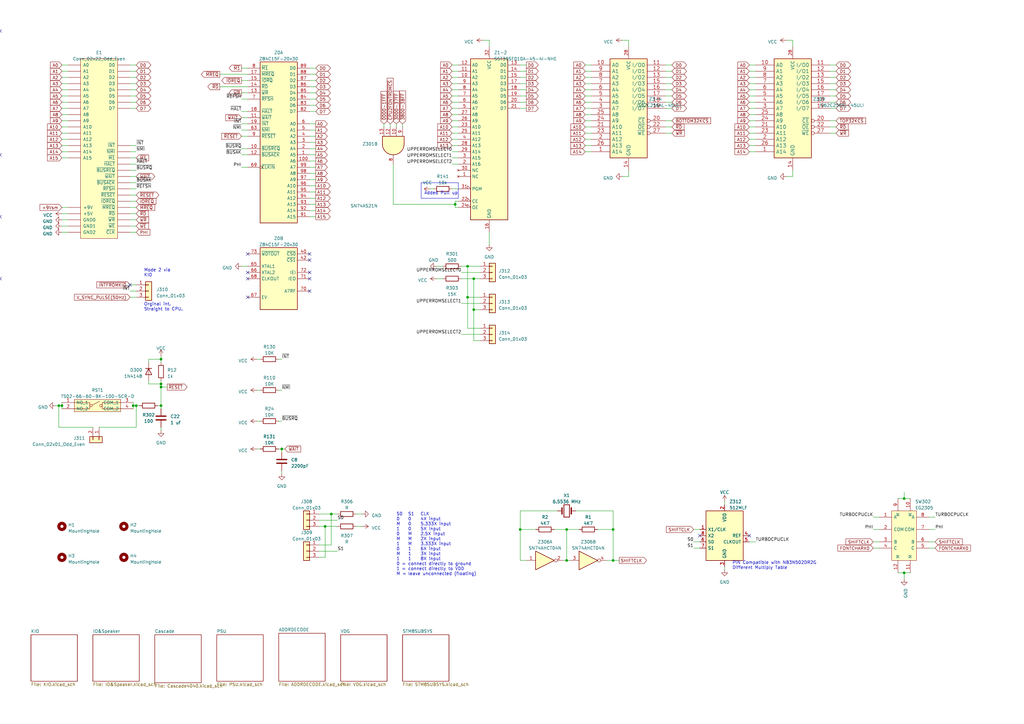
<source format=kicad_sch>
(kicad_sch (version 20230121) (generator eeschema)
  (paper "A3")
  (title_block (title "JupiterAce Z80 plus KIO and new memory format.") (date "2020-05-12") (rev "${REVNUM}") (company "Ontobus") (comment 1 "John Bradley") (comment 2 "https://creativecommons.org/licenses/by-nc-sa/4.0/") (comment 3 "Attribution-NonCommercial-ShareAlike 4.0 International License.") (comment 4 "This work is licensed under a Creative Commons "))
  (junction (at 54.61 166.37))
  (junction (at 115.57 184.15))
  (junction (at 66.04 147.32))
  (junction (at 232.41 217.17))
  (junction (at 66.04 166.37))
  (junction (at 135.89 210.82))
  (junction (at 191.77 121.92))
  (junction (at 25.4 166.37))
  (junction (at 66.04 158.75))
  (junction (at 251.46 229.87))
  (junction (at 24.13 166.37))
  (junction (at 194.31 114.3))
  (junction (at 370.84 204.47))
  (junction (at 213.36 217.17))
  (junction (at 251.46 217.17))
  (junction (at 194.31 127))
  (junction (at 66.04 157.48))
  (junction (at 186.69 83.82))
  (junction (at 370.84 234.95))
  (junction (at 191.77 109.22))
  (junction (at 232.41 229.87))
  (junction (at 55.88 166.37))
  (junction (at 133.35 215.9))
  (no_connect (at -71.12 36.83))
  (no_connect (at 0 12.7))
  (no_connect (at -39.37 41.91))
  (no_connect (at -15.24 15.24))
  (no_connect (at -24.13 39.37))
  (no_connect (at -15.24 116.84))
  (no_connect (at 127 104.14))
  (no_connect (at 127 106.68))
  (no_connect (at 127 111.76))
  (no_connect (at 127 114.3))
  (no_connect (at 127 119.38))
  (no_connect (at 101.6 104.14))
  (no_connect (at -15.24 60.96))
  (no_connect (at -40.64 10.16))
  (no_connect (at -15.24 91.44))
  (no_connect (at -15.24 86.36))
  (no_connect (at 0 88.9))
  (no_connect (at 0 114.3))
  (no_connect (at 0 63.5))
  (no_connect (at 307.34 219.71))
  (no_connect (at 53.34 116.84))
  (no_connect (at 101.6 111.76))
  (no_connect (at -15.24 111.76))
  (no_connect (at -25.4 12.7))
  (no_connect (at -15.24 66.04))
  (no_connect (at 101.6 121.92))
  (no_connect (at -39.37 36.83))
  (no_connect (at 287.02 219.71))
  (no_connect (at 101.6 114.3))
  (no_connect (at -66.04 10.16))
  (no_connect (at -66.04 15.24))
  (no_connect (at -50.8 12.7))
  (no_connect (at -15.24 10.16))
  (no_connect (at -40.64 15.24))
  (wire (pts (xy 213.36 229.87) (xy 213.36 217.17)))
  (wire (pts (xy 66.04 147.32) (xy 60.96 147.32)))
  (wire (pts (xy 200.66 95.25) (xy 200.66 100.33)))
  (wire (pts (xy 24.13 166.37) (xy 24.13 175.26)))
  (wire (pts (xy 213.36 26.67) (xy 215.9 26.67)))
  (wire (pts (xy 309.88 54.61) (xy 307.34 54.61)))
  (wire (pts (xy 187.96 62.23) (xy 185.42 62.23)))
  (wire (pts (xy 194.31 114.3) (xy 189.23 114.3)))
  (wire (pts (xy 381 222.25) (xy 383.54 222.25)))
  (wire (pts (xy 370.84 204.47) (xy 373.38 204.47)))
  (wire (pts (xy 186.69 83.82) (xy 186.69 85.09)))
  (wire (pts (xy 185.42 67.31) (xy 187.96 67.31)))
  (wire (pts (xy 273.05 31.75) (xy 275.59 31.75)))
  (wire (pts (xy 60.96 156.21) (xy 60.96 157.48)))
  (wire (pts (xy 66.04 148.59) (xy 66.04 147.32)))
  (wire (pts (xy 233.68 229.87) (xy 232.41 229.87)))
  (wire (pts (xy 53.34 39.37) (xy 55.88 39.37)))
  (polyline (pts (xy 172.72 74.93) (xy 172.72 81.28)))
  (wire (pts (xy 66.04 158.75) (xy 66.04 166.37)))
  (wire (pts (xy 127 30.48) (xy 129.54 30.48)))
  (wire (pts (xy 53.34 85.09) (xy 55.88 85.09)))
  (wire (pts (xy 27.94 44.45) (xy 25.4 44.45)))
  (wire (pts (xy 24.13 175.26) (xy 38.1 175.26)))
  (wire (pts (xy 273.05 49.53) (xy 275.59 49.53)))
  (wire (pts (xy 309.88 39.37) (xy 307.34 39.37)))
  (wire (pts (xy 115.57 194.31) (xy 115.57 193.04)))
  (wire (pts (xy 127 53.34) (xy 129.54 53.34)))
  (wire (pts (xy 53.34 90.17) (xy 55.88 90.17)))
  (wire (pts (xy 187.96 64.77) (xy 185.42 64.77)))
  (wire (pts (xy 133.35 215.9) (xy 133.35 228.6)))
  (wire (pts (xy 53.34 44.45) (xy 55.88 44.45)))
  (wire (pts (xy 358.14 224.79) (xy 360.68 224.79)))
  (wire (pts (xy 133.35 215.9) (xy 138.43 215.9)))
  (wire (pts (xy 101.6 38.1) (xy 99.06 38.1)))
  (wire (pts (xy 53.34 72.39) (xy 55.88 72.39)))
  (wire (pts (xy 53.34 36.83) (xy 55.88 36.83)))
  (wire (pts (xy 99.06 55.88) (xy 101.6 55.88)))
  (wire (pts (xy 127 33.02) (xy 129.54 33.02)))
  (wire (pts (xy 53.34 87.63) (xy 55.88 87.63)))
  (wire (pts (xy 284.48 224.79) (xy 287.02 224.79)))
  (wire (pts (xy 53.34 95.25) (xy 55.88 95.25)))
  (polyline (pts (xy 187.96 74.93) (xy 172.72 74.93)))
  (wire (pts (xy 53.34 82.55) (xy 55.88 82.55)))
  (wire (pts (xy 114.3 160.02) (xy 115.57 160.02)))
  (wire (pts (xy 101.6 50.8) (xy 99.06 50.8)))
  (wire (pts (xy 187.96 36.83) (xy 185.42 36.83)))
  (wire (pts (xy 27.94 64.77) (xy 25.4 64.77)))
  (wire (pts (xy 340.36 36.83) (xy 342.9 36.83)))
  (wire (pts (xy 251.46 229.87) (xy 248.92 229.87)))
  (wire (pts (xy 325.12 16.51) (xy 325.12 19.05)))
  (wire (pts (xy 242.57 49.53) (xy 240.03 49.53)))
  (wire (pts (xy 53.34 31.75) (xy 55.88 31.75)))
  (wire (pts (xy 322.58 72.39) (xy 325.12 72.39)))
  (wire (pts (xy 99.06 40.64) (xy 101.6 40.64)))
  (wire (pts (xy 187.96 41.91) (xy 185.42 41.91)))
  (wire (pts (xy 106.68 147.32) (xy 105.41 147.32)))
  (wire (pts (xy 309.88 46.99) (xy 307.34 46.99)))
  (wire (pts (xy 187.96 77.47) (xy 185.42 77.47)))
  (wire (pts (xy 187.96 26.67) (xy 185.42 26.67)))
  (wire (pts (xy 66.04 157.48) (xy 66.04 158.75)))
  (wire (pts (xy 114.3 172.72) (xy 115.57 172.72)))
  (wire (pts (xy 242.57 57.15) (xy 240.03 57.15)))
  (wire (pts (xy 127 78.74) (xy 129.54 78.74)))
  (wire (pts (xy 101.6 45.72) (xy 99.06 45.72)))
  (wire (pts (xy 127 68.58) (xy 129.54 68.58)))
  (wire (pts (xy 231.14 229.87) (xy 232.41 229.87)))
  (wire (pts (xy 273.05 26.67) (xy 275.59 26.67)))
  (wire (pts (xy 242.57 46.99) (xy 240.03 46.99)))
  (wire (pts (xy 27.94 57.15) (xy 25.4 57.15)))
  (polyline (pts (xy 172.72 81.28) (xy 187.96 81.28)))
  (wire (pts (xy 251.46 229.87) (xy 254 229.87)))
  (wire (pts (xy 27.94 95.25) (xy 25.4 95.25)))
  (wire (pts (xy 213.36 31.75) (xy 215.9 31.75)))
  (wire (pts (xy 309.88 57.15) (xy 307.34 57.15)))
  (wire (pts (xy 127 73.66) (xy 129.54 73.66)))
  (wire (pts (xy 187.96 82.55) (xy 186.69 82.55)))
  (wire (pts (xy 187.96 52.07) (xy 185.42 52.07)))
  (wire (pts (xy 257.81 69.85) (xy 257.81 72.39)))
  (wire (pts (xy 27.94 41.91) (xy 25.4 41.91)))
  (wire (pts (xy 127 83.82) (xy 129.54 83.82)))
  (wire (pts (xy 177.8 77.47) (xy 176.53 77.47)))
  (wire (pts (xy 213.36 217.17) (xy 219.71 217.17)))
  (wire (pts (xy 53.34 80.01) (xy 55.88 80.01)))
  (wire (pts (xy 213.36 44.45) (xy 215.9 44.45)))
  (wire (pts (xy 53.34 74.93) (xy 55.88 74.93)))
  (wire (pts (xy 309.88 29.21) (xy 307.34 29.21)))
  (wire (pts (xy 127 55.88) (xy 129.54 55.88)))
  (wire (pts (xy 273.05 34.29) (xy 275.59 34.29)))
  (wire (pts (xy 187.96 29.21) (xy 185.42 29.21)))
  (wire (pts (xy 191.77 134.62) (xy 196.85 134.62)))
  (wire (pts (xy 309.88 41.91) (xy 307.34 41.91)))
  (wire (pts (xy 27.94 52.07) (xy 25.4 52.07)))
  (wire (pts (xy 196.85 124.46) (xy 189.23 124.46)))
  (wire (pts (xy 200.66 19.05) (xy 200.66 16.51)))
  (wire (pts (xy 99.06 68.58) (xy 101.6 68.58)))
  (wire (pts (xy 309.88 34.29) (xy 307.34 34.29)))
  (wire (pts (xy 146.05 215.9) (xy 148.59 215.9)))
  (wire (pts (xy 40.64 175.26) (xy 55.88 175.26)))
  (wire (pts (xy 242.57 52.07) (xy 240.03 52.07)))
  (wire (pts (xy 191.77 121.92) (xy 191.77 134.62)))
  (wire (pts (xy 187.96 54.61) (xy 185.42 54.61)))
  (wire (pts (xy 187.96 59.69) (xy 185.42 59.69)))
  (wire (pts (xy 309.88 36.83) (xy 307.34 36.83)))
  (wire (pts (xy 127 71.12) (xy 129.54 71.12)))
  (wire (pts (xy 232.41 217.17) (xy 237.49 217.17)))
  (wire (pts (xy 27.94 29.21) (xy 25.4 29.21)))
  (wire (pts (xy 242.57 44.45) (xy 240.03 44.45)))
  (wire (pts (xy 309.88 31.75) (xy 307.34 31.75)))
  (wire (pts (xy 242.57 36.83) (xy 240.03 36.83)))
  (wire (pts (xy 55.88 166.37) (xy 57.15 166.37)))
  (wire (pts (xy 27.94 34.29) (xy 25.4 34.29)))
  (wire (pts (xy 213.36 34.29) (xy 215.9 34.29)))
  (wire (pts (xy 186.69 82.55) (xy 186.69 83.82)))
  (wire (pts (xy 325.12 69.85) (xy 325.12 72.39)))
  (wire (pts (xy 273.05 54.61) (xy 275.59 54.61)))
  (wire (pts (xy 127 66.04) (xy 129.54 66.04)))
  (wire (pts (xy 273.05 39.37) (xy 275.59 39.37)))
  (wire (pts (xy 55.88 62.23) (xy 53.34 62.23)))
  (wire (pts (xy 66.04 158.75) (xy 68.58 158.75)))
  (wire (pts (xy 236.22 209.55) (xy 251.46 209.55)))
  (wire (pts (xy 196.85 114.3) (xy 194.31 114.3)))
  (wire (pts (xy 53.34 26.67) (xy 55.88 26.67)))
  (wire (pts (xy 340.36 54.61) (xy 342.9 54.61)))
  (wire (pts (xy 340.36 39.37) (xy 342.9 39.37)))
  (wire (pts (xy 66.04 156.21) (xy 66.04 157.48)))
  (wire (pts (xy 101.6 63.5) (xy 99.06 63.5)))
  (wire (pts (xy 130.81 226.06) (xy 138.43 226.06)))
  (wire (pts (xy 381 212.09) (xy 383.54 212.09)))
  (wire (pts (xy 53.34 92.71) (xy 55.88 92.71)))
  (wire (pts (xy 242.57 31.75) (xy 240.03 31.75)))
  (wire (pts (xy 127 88.9) (xy 129.54 88.9)))
  (wire (pts (xy 55.88 116.84) (xy 53.34 116.84)))
  (wire (pts (xy 240.03 34.29) (xy 242.57 34.29)))
  (wire (pts (xy 213.36 41.91) (xy 215.9 41.91)))
  (wire (pts (xy 215.9 229.87) (xy 213.36 229.87)))
  (wire (pts (xy 66.04 175.26) (xy 66.04 176.53)))
  (wire (pts (xy 127 38.1) (xy 129.54 38.1)))
  (wire (pts (xy 66.04 166.37) (xy 66.04 167.64)))
  (wire (pts (xy 127 40.64) (xy 129.54 40.64)))
  (wire (pts (xy 127 35.56) (xy 129.54 35.56)))
  (wire (pts (xy 194.31 127) (xy 196.85 127)))
  (wire (pts (xy 187.96 39.37) (xy 185.42 39.37)))
  (wire (pts (xy 53.34 77.47) (xy 55.88 77.47)))
  (wire (pts (xy 133.35 228.6) (xy 130.81 228.6)))
  (wire (pts (xy 242.57 59.69) (xy 240.03 59.69)))
  (wire (pts (xy 309.88 26.67) (xy 307.34 26.67)))
  (wire (pts (xy 27.94 92.71) (xy 25.4 92.71)))
  (wire (pts (xy 340.36 29.21) (xy 342.9 29.21)))
  (wire (pts (xy 325.12 16.51) (xy 322.58 16.51)))
  (wire (pts (xy 370.84 237.49) (xy 370.84 234.95)))
  (wire (pts (xy 297.18 232.41) (xy 297.18 233.68)))
  (wire (pts (xy 157.48 52.07) (xy 157.48 50.8)))
  (wire (pts (xy 213.36 209.55) (xy 228.6 209.55)))
  (wire (pts (xy 340.36 52.07) (xy 342.9 52.07)))
  (wire (pts (xy 66.04 157.48) (xy 60.96 157.48)))
  (wire (pts (xy 27.94 46.99) (xy 25.4 46.99)))
  (wire (pts (xy 309.88 49.53) (xy 307.34 49.53)))
  (wire (pts (xy 24.13 166.37) (xy 25.4 166.37)))
  (wire (pts (xy 22.86 166.37) (xy 24.13 166.37)))
  (wire (pts (xy 194.31 114.3) (xy 194.31 127)))
  (wire (pts (xy 27.94 59.69) (xy 25.4 59.69)))
  (wire (pts (xy 257.81 16.51) (xy 255.27 16.51)))
  (wire (pts (xy 187.96 49.53) (xy 185.42 49.53)))
  (wire (pts (xy 213.36 36.83) (xy 215.9 36.83)))
  (wire (pts (xy 127 43.18) (xy 129.54 43.18)))
  (wire (pts (xy 27.94 62.23) (xy 25.4 62.23)))
  (wire (pts (xy 27.94 31.75) (xy 25.4 31.75)))
  (wire (pts (xy 297.18 207.01) (xy 297.18 205.74)))
  (wire (pts (xy 257.81 16.51) (xy 257.81 19.05)))
  (wire (pts (xy 194.31 127) (xy 194.31 139.7)))
  (wire (pts (xy 191.77 109.22) (xy 191.77 121.92)))
  (wire (pts (xy 309.88 59.69) (xy 307.34 59.69)))
  (wire (pts (xy 101.6 48.26) (xy 99.06 48.26)))
  (wire (pts (xy 27.94 36.83) (xy 25.4 36.83)))
  (wire (pts (xy 309.88 44.45) (xy 307.34 44.45)))
  (wire (pts (xy 53.34 69.85) (xy 55.88 69.85)))
  (wire (pts (xy 383.54 224.79) (xy 381 224.79)))
  (wire (pts (xy 55.88 121.92) (xy 53.34 121.92)))
  (wire (pts (xy 232.41 217.17) (xy 232.41 229.87)))
  (wire (pts (xy 370.84 201.93) (xy 370.84 204.47)))
  (wire (pts (xy 101.6 27.94) (xy 99.06 27.94)))
  (wire (pts (xy 114.3 184.15) (xy 115.57 184.15)))
  (wire (pts (xy 27.94 87.63) (xy 25.4 87.63)))
  (wire (pts (xy 25.4 90.17) (xy 27.94 90.17)))
  (wire (pts (xy 27.94 54.61) (xy 25.4 54.61)))
  (wire (pts (xy 340.36 34.29) (xy 342.9 34.29)))
  (wire (pts (xy 187.96 34.29) (xy 185.42 34.29)))
  (wire (pts (xy 101.6 109.22) (xy 99.06 109.22)))
  (wire (pts (xy 255.27 72.39) (xy 257.81 72.39)))
  (wire (pts (xy 27.94 85.09) (xy 25.4 85.09)))
  (wire (pts (xy 148.59 210.82) (xy 146.05 210.82)))
  (wire (pts (xy 179.07 109.22) (xy 181.61 109.22)))
  (wire (pts (xy 127 50.8) (xy 129.54 50.8)))
  (wire (pts (xy 245.11 217.17) (xy 251.46 217.17)))
  (wire (pts (xy 165.1 52.07) (xy 165.1 50.8)))
  (wire (pts (xy 284.48 217.17) (xy 287.02 217.17)))
  (wire (pts (xy 340.36 41.91) (xy 342.9 41.91)))
  (wire (pts (xy 127 58.42) (xy 129.54 58.42)))
  (wire (pts (xy 187.96 85.09) (xy 186.69 85.09)))
  (wire (pts (xy 55.88 166.37) (xy 55.88 175.26)))
  (wire (pts (xy 66.04 146.05) (xy 66.04 147.32)))
  (wire (pts (xy 106.68 160.02) (xy 105.41 160.02)))
  (wire (pts (xy 273.05 41.91) (xy 275.59 41.91)))
  (wire (pts (xy 53.34 34.29) (xy 55.88 34.29)))
  (wire (pts (xy 187.96 44.45) (xy 185.42 44.45)))
  (wire (pts (xy 27.94 49.53) (xy 25.4 49.53)))
  (wire (pts (xy 160.02 50.8) (xy 160.02 52.07)))
  (wire (pts (xy 130.81 215.9) (xy 133.35 215.9)))
  (wire (pts (xy 242.57 54.61) (xy 240.03 54.61)))
  (wire (pts (xy 25.4 165.1) (xy 25.4 166.37)))
  (wire (pts (xy 273.05 29.21) (xy 275.59 29.21)))
  (wire (pts (xy 383.54 217.17) (xy 381 217.17)))
  (wire (pts (xy 127 63.5) (xy 129.54 63.5)))
  (wire (pts (xy 200.66 16.51) (xy 198.12 16.51)))
  (wire (pts (xy 25.4 166.37) (xy 25.4 167.64)))
  (wire (pts (xy 191.77 121.92) (xy 196.85 121.92)))
  (wire (pts (xy 213.36 209.55) (xy 213.36 217.17)))
  (wire (pts (xy 196.85 111.76) (xy 189.23 111.76)))
  (wire (pts (xy 27.94 39.37) (xy 25.4 39.37)))
  (wire (pts (xy 358.14 217.17) (xy 360.68 217.17)))
  (wire (pts (xy 196.85 109.22) (xy 191.77 109.22)))
  (wire (pts (xy 161.29 83.82) (xy 186.69 83.82)))
  (wire (pts (xy 340.36 44.45) (xy 342.9 44.45)))
  (wire (pts (xy 101.6 35.56) (xy 90.17 35.56)))
  (wire (pts (xy 213.36 39.37) (xy 215.9 39.37)))
  (wire (pts (xy 127 81.28) (xy 129.54 81.28)))
  (wire (pts (xy 135.89 210.82) (xy 135.89 223.52)))
  (wire (pts (xy 242.57 39.37) (xy 240.03 39.37)))
  (wire (pts (xy 106.68 184.15) (xy 105.41 184.15)))
  (wire (pts (xy 307.34 222.25) (xy 309.88 222.25)))
  (wire (pts (xy 227.33 217.17) (xy 232.41 217.17)))
  (wire (pts (xy 242.57 41.91) (xy 240.03 41.91)))
  (wire (pts (xy 309.88 52.07) (xy 307.34 52.07)))
  (wire (pts (xy 360.68 212.09) (xy 358.14 212.09)))
  (wire (pts (xy 99.06 60.96) (xy 101.6 60.96)))
  (wire (pts (xy 101.6 30.48) (xy 90.17 30.48)))
  (wire (pts (xy 127 86.36) (xy 129.54 86.36)))
  (wire (pts (xy 53.34 41.91) (xy 55.88 41.91)))
  (wire (pts (xy 340.36 49.53) (xy 342.9 49.53)))
  (wire (pts (xy 242.57 62.23) (xy 240.03 62.23)))
  (polyline (pts (xy 187.96 81.28) (xy 187.96 74.93)))
  (wire (pts (xy 370.84 234.95) (xy 373.38 234.95)))
  (wire (pts (xy 105.41 172.72) (xy 106.68 172.72)))
  (wire (pts (xy 360.68 222.25) (xy 358.14 222.25)))
  (wire (pts (xy 191.77 109.22) (xy 189.23 109.22)))
  (wire (pts (xy 130.81 213.36) (xy 138.43 213.36)))
  (wire (pts (xy 196.85 137.16) (xy 189.23 137.16)))
  (wire (pts (xy 115.57 185.42) (xy 115.57 184.15)))
  (wire (pts (xy 340.36 26.67) (xy 342.9 26.67)))
  (wire (pts (xy 187.96 31.75) (xy 185.42 31.75)))
  (wire (pts (xy 127 76.2) (xy 129.54 76.2)))
  (wire (pts (xy 242.57 29.21) (xy 240.03 29.21)))
  (wire (pts (xy 64.77 166.37) (xy 66.04 166.37)))
  (wire (pts (xy 273.05 36.83) (xy 275.59 36.83)))
  (wire (pts (xy 273.05 52.07) (xy 275.59 52.07)))
  (wire (pts (xy 242.57 26.67) (xy 240.03 26.67)))
  (wire (pts (xy 340.36 31.75) (xy 342.9 31.75)))
  (wire (pts (xy 53.34 59.69) (xy 55.88 59.69)))
  (wire (pts (xy 162.56 52.07) (xy 162.56 50.8)))
  (wire (pts (xy 101.6 33.02) (xy 99.06 33.02)))
  (wire (pts (xy 127 60.96) (xy 129.54 60.96)))
  (wire (pts (xy 115.57 184.15) (xy 116.84 184.15)))
  (wire (pts (xy 114.3 147.32) (xy 115.57 147.32)))
  (wire (pts (xy 60.96 147.32) (xy 60.96 148.59)))
  (wire (pts (xy 309.88 62.23) (xy 307.34 62.23)))
  (wire (pts (xy 27.94 26.67) (xy 25.4 26.67)))
  (wire (pts (xy 368.3 204.47) (xy 370.84 204.47)))
  (wire (pts (xy 55.88 166.37) (xy 54.61 166.37)))
  (wire (pts (xy 53.34 64.77) (xy 55.88 64.77)))
  (wire (pts (xy 130.81 210.82) (xy 135.89 210.82)))
  (wire (pts (xy 135.89 210.82) (xy 138.43 210.82)))
  (wire (pts (xy 127 45.72) (xy 129.54 45.72)))
  (wire (pts (xy 181.61 114.3) (xy 179.07 114.3)))
  (wire (pts (xy 55.88 119.38) (xy 53.34 119.38)))
  (wire (pts (xy 187.96 57.15) (xy 185.42 57.15)))
  (wire (pts (xy 161.29 83.82) (xy 161.29 67.31)))
  (wire (pts (xy 213.36 29.21) (xy 215.9 29.21)))
  (wire (pts (xy 53.34 67.31) (xy 55.88 67.31)))
  (wire (pts (xy 368.3 234.95) (xy 370.84 234.95)))
  (wire (pts (xy 251.46 209.55) (xy 251.46 217.17)))
  (wire (pts (xy 54.61 166.37) (xy 54.61 167.64)))
  (wire (pts (xy 53.34 29.21) (xy 55.88 29.21)))
  (wire (pts (xy 101.6 53.34) (xy 99.06 53.34)))
  (wire (pts (xy 135.89 223.52) (xy 130.81 223.52)))
  (wire (pts (xy 194.31 139.7) (xy 196.85 139.7)))
  (wire (pts (xy 284.48 222.25) (xy 287.02 222.25)))
  (wire (pts (xy 127 27.94) (xy 129.54 27.94)))
  (wire (pts (xy 273.05 44.45) (xy 275.59 44.45)))
  (wire (pts (xy 187.96 46.99) (xy 185.42 46.99)))
  (wire (pts (xy 251.46 217.17) (xy 251.46 229.87)))
  (wire (pts (xy 54.61 165.1) (xy 54.61 166.37)))
  (text "Added Pull up" (at 173.99 80.01 0) (effects (font (size 1.27 1.27)) (justify left bottom)))
  (text "S0	S1	CLK\n0	0	4X input\nM	0 	5.333X input\n1	0 	5X input\n0	M 	2.5X input\nM	M 	2X input\n1	M 	3.333X input\n0	1 	6X input\nM	1 	3X input\n1	1 	8X input\n0 =	connect directly to ground\n1 =	connect directly to VDD\nM =	leave unconnected (floating)" (at 162.56 236.22 0) (effects (font (size 1.27 1.27)) (justify left bottom)))
  (text "Mode 2 via\nKIO" (at 59.055 113.665 0) (effects (font (size 1.27 1.27)) (justify left bottom)))
  (text "Orginal int.\nStraight to CPU." (at 59.055 127.635 0) (effects (font (size 1.27 1.27)) (justify left bottom)))
  (text "PIN Compatible with NB3N502DR2G\nDifferent Multiply Table" (at 300.355 233.68 0) (effects (font (size 1.27 1.27)) (justify left bottom)))
  (label "~{REFSH}" (at 99.06 40.64 0))
  (label "~{INT}" (at 53.34 119.38 180))
  (label "PHI" (at 99.06 68.58 180))
  (label "~{INT}" (at 55.88 59.69 0))
  (label "TURBOCPUCLK" (at 383.54 212.09 0))
  (label "~{REFSH}" (at 55.88 77.47 0))
  (label "~{INT}" (at 115.57 147.32 0))
  (label "PHI" (at 358.14 217.17 180))
  (label "PHI" (at 383.54 217.17 0))
  (label "~{BUSRQ}" (at 55.88 69.85 0))
  (label "~{HALT}" (at 55.88 67.31 0))
  (label "~{INT}" (at 99.06 50.8 180))
  (label "UPPERROMSELECT0" (at 185.42 62.23 180))
  (label "UPPERROMSELECT2" (at 189.23 137.16 180))
  (label "S0" (at 138.43 213.36 0))
  (label "UPPERROMSELECT0" (at 189.23 111.76 180))
  (label "~{BUSRQ}" (at 115.57 172.72 0))
  (label "S1" (at 138.43 226.06 0))
  (label "S0" (at 284.48 222.25 180))
  (label "~{NMI}" (at 115.57 160.02 0))
  (label "~{BUSAK}" (at 55.88 74.93 0))
  (label "UPPERROMSELECT1" (at 189.23 124.46 180))
  (label "~{NMI}" (at 99.06 53.34 180))
  (label "TURBOCPUCLK" (at 309.88 222.25 0))
  (label "~{BUSRQ}" (at 99.06 60.96 180))
  (label "~{NMI}" (at 55.88 62.23 0))
  (label "TURBOCPUCLK" (at 358.14 212.09 180))
  (label "UPPERROMSELECT1" (at 185.42 64.77 180))
  (label "S1" (at 284.48 224.79 180))
  (label "UPPERROMSELECT2" (at 185.42 67.31 180))
  (label "~{BUSAK}" (at 99.06 63.5 180))
  (label "~{HALT}" (at 99.06 45.72 180))
  (global_label "~{WAIT}" (shape input) (at 99.06 48.26 180) (property "Intersheetrefs" "${INTERSHEET_REFS}" (at 92.696 48.26 0) (effects (justify right))))
  (global_label "D5" (shape output) (at 215.9 39.37 0) (property "Intersheetrefs" "${INTERSHEET_REFS}" (at 220.6311 39.37 0) (effects (justify left))))
  (global_label "D6" (shape bidirectional) (at 342.9 41.91 0) (property "Intersheetrefs" "${INTERSHEET_REFS}" (at 348.5836 41.91 0) (effects (justify left))))
  (global_label "A4" (shape input) (at 307.34 36.83 180) (property "Intersheetrefs" "${INTERSHEET_REFS}" (at 302.7903 36.83 0) (effects (justify right))))
  (global_label "A14" (shape input) (at 240.03 62.23 180) (property "Intersheetrefs" "${INTERSHEET_REFS}" (at 234.2708 62.23 0) (effects (justify right))))
  (global_label "A6" (shape output) (at 129.54 66.04 0) (property "Intersheetrefs" "${INTERSHEET_REFS}" (at 134.0897 66.04 0) (effects (justify left))))
  (global_label "A4" (shape output) (at 129.54 60.96 0) (property "Intersheetrefs" "${INTERSHEET_REFS}" (at 134.0897 60.96 0) (effects (justify left))))
  (global_label "D2" (shape bidirectional) (at 129.54 33.02 0) (property "Intersheetrefs" "${INTERSHEET_REFS}" (at 135.2236 33.02 0) (effects (justify left))))
  (global_label "~{IOREQ}" (shape input) (at 55.88 82.55 0) (property "Intersheetrefs" "${INTERSHEET_REFS}" (at 63.8164 82.55 0) (effects (justify left))))
  (global_label "A1" (shape input) (at 307.34 29.21 180) (property "Intersheetrefs" "${INTERSHEET_REFS}" (at 302.7903 29.21 0) (effects (justify right))))
  (global_label "A12" (shape output) (at 129.54 81.28 0) (property "Intersheetrefs" "${INTERSHEET_REFS}" (at 135.2992 81.28 0) (effects (justify left))))
  (global_label "D1" (shape bidirectional) (at 342.9 29.21 0) (property "Intersheetrefs" "${INTERSHEET_REFS}" (at 348.5836 29.21 0) (effects (justify left))))
  (global_label "D6" (shape bidirectional) (at 275.59 41.91 0) (property "Intersheetrefs" "${INTERSHEET_REFS}" (at 281.2736 41.91 0) (effects (justify left))))
  (global_label "~{RESET}" (shape input) (at 99.06 55.88 180) (property "Intersheetrefs" "${INTERSHEET_REFS}" (at 91.0633 55.88 0) (effects (justify right))))
  (global_label "A1" (shape input) (at 240.03 29.21 180) (property "Intersheetrefs" "${INTERSHEET_REFS}" (at 235.4803 29.21 0) (effects (justify right))))
  (global_label "D1" (shape bidirectional) (at 55.88 29.21 0) (property "Intersheetrefs" "${INTERSHEET_REFS}" (at 61.5636 29.21 0) (effects (justify left))))
  (global_label "D4" (shape bidirectional) (at 342.9 36.83 0) (property "Intersheetrefs" "${INTERSHEET_REFS}" (at 348.5836 36.83 0) (effects (justify left))))
  (global_label "D5" (shape bidirectional) (at 342.9 39.37 0) (property "Intersheetrefs" "${INTERSHEET_REFS}" (at 348.5836 39.37 0) (effects (justify left))))
  (global_label "A13" (shape input) (at 185.42 59.69 180) (property "Intersheetrefs" "${INTERSHEET_REFS}" (at 179.6608 59.69 0) (effects (justify right))))
  (global_label "A5" (shape output) (at 129.54 63.5 0) (property "Intersheetrefs" "${INTERSHEET_REFS}" (at 134.0897 63.5 0) (effects (justify left))))
  (global_label "A6" (shape input) (at 25.4 41.91 180) (property "Intersheetrefs" "${INTERSHEET_REFS}" (at 20.8503 41.91 0) (effects (justify right))))
  (global_label "D1" (shape bidirectional) (at 275.59 29.21 0) (property "Intersheetrefs" "${INTERSHEET_REFS}" (at 281.2736 29.21 0) (effects (justify left))))
  (global_label "~{RESET}" (shape output) (at 68.58 158.75 0) (property "Intersheetrefs" "${INTERSHEET_REFS}" (at 76.5767 158.75 0) (effects (justify left))))
  (global_label "+9Vsm" (shape input) (at 25.4 85.09 180) (property "Intersheetrefs" "${INTERSHEET_REFS}" (at 16.5565 85.09 0) (effects (justify right))))
  (global_label "~{WR}" (shape input) (at 55.88 90.17 0) (property "Intersheetrefs" "${INTERSHEET_REFS}" (at 60.853 90.17 0) (effects (justify left))))
  (global_label "D6" (shape bidirectional) (at 129.54 43.18 0) (property "Intersheetrefs" "${INTERSHEET_REFS}" (at 135.2236 43.18 0) (effects (justify left))))
  (global_label "~{WE}" (shape input) (at 55.88 92.71 0) (property "Intersheetrefs" "${INTERSHEET_REFS}" (at 60.732 92.71 0) (effects (justify left))))
  (global_label "D5" (shape bidirectional) (at 55.88 39.37 0) (property "Intersheetrefs" "${INTERSHEET_REFS}" (at 61.5636 39.37 0) (effects (justify left))))
  (global_label "A5" (shape input) (at 240.03 39.37 180) (property "Intersheetrefs" "${INTERSHEET_REFS}" (at 235.4803 39.37 0) (effects (justify right))))
  (global_label "A2" (shape input) (at 307.34 31.75 180) (property "Intersheetrefs" "${INTERSHEET_REFS}" (at 302.7903 31.75 0) (effects (justify right))))
  (global_label "A12" (shape input) (at 25.4 57.15 180) (property "Intersheetrefs" "${INTERSHEET_REFS}" (at 19.6408 57.15 0) (effects (justify right))))
  (global_label "A5" (shape input) (at 307.34 39.37 180) (property "Intersheetrefs" "${INTERSHEET_REFS}" (at 302.7903 39.37 0) (effects (justify right))))
  (global_label "A11" (shape output) (at 129.54 78.74 0) (property "Intersheetrefs" "${INTERSHEET_REFS}" (at 135.2992 78.74 0) (effects (justify left))))
  (global_label "A9" (shape output) (at 129.54 73.66 0) (property "Intersheetrefs" "${INTERSHEET_REFS}" (at 134.0897 73.66 0) (effects (justify left))))
  (global_label "D2" (shape bidirectional) (at 55.88 31.75 0) (property "Intersheetrefs" "${INTERSHEET_REFS}" (at 61.5636 31.75 0) (effects (justify left))))
  (global_label "D0" (shape output) (at 215.9 26.67 0) (property "Intersheetrefs" "${INTERSHEET_REFS}" (at 220.6311 26.67 0) (effects (justify left))))
  (global_label "D0" (shape bidirectional) (at 129.54 27.94 0) (property "Intersheetrefs" "${INTERSHEET_REFS}" (at 135.2236 27.94 0) (effects (justify left))))
  (global_label "A14" (shape input) (at 307.34 62.23 180) (property "Intersheetrefs" "${INTERSHEET_REFS}" (at 301.5808 62.23 0) (effects (justify right))))
  (global_label "A9" (shape input) (at 240.03 49.53 180) (property "Intersheetrefs" "${INTERSHEET_REFS}" (at 235.4803 49.53 0) (effects (justify right))))
  (global_label "D3" (shape output) (at 215.9 34.29 0) (property "Intersheetrefs" "${INTERSHEET_REFS}" (at 220.6311 34.29 0) (effects (justify left))))
  (global_label "~{WR}" (shape input) (at 342.9 54.61 0) (property "Intersheetrefs" "${INTERSHEET_REFS}" (at 347.873 54.61 0) (effects (justify left))))
  (global_label "~{CPU2FONTROMCS}" (shape input) (at 160.02 50.8 90) (property "Intersheetrefs" "${INTERSHEET_REFS}" (at 160.02 32.2198 90) (effects (justify left))))
  (global_label "A8" (shape input) (at 185.42 46.99 180) (property "Intersheetrefs" "${INTERSHEET_REFS}" (at 180.8703 46.99 0) (effects (justify right))))
  (global_label "A6" (shape input) (at 185.42 41.91 180) (property "Intersheetrefs" "${INTERSHEET_REFS}" (at 180.8703 41.91 0) (effects (justify right))))
  (global_label "A10" (shape input) (at 307.34 52.07 180) (property "Intersheetrefs" "${INTERSHEET_REFS}" (at 301.5808 52.07 0) (effects (justify right))))
  (global_label "~{MREQ}" (shape output) (at 90.17 30.48 180) (property "Intersheetrefs" "${INTERSHEET_REFS}" (at 82.7175 30.48 0) (effects (justify right))))
  (global_label "A8" (shape input) (at 25.4 46.99 180) (property "Intersheetrefs" "${INTERSHEET_REFS}" (at 20.8503 46.99 0) (effects (justify right))))
  (global_label "D3" (shape bidirectional) (at 129.54 35.56 0) (property "Intersheetrefs" "${INTERSHEET_REFS}" (at 135.2236 35.56 0) (effects (justify left))))
  (global_label "~{RD}" (shape input) (at 275.59 52.07 0) (property "Intersheetrefs" "${INTERSHEET_REFS}" (at 280.3816 52.07 0) (effects (justify left))))
  (global_label "A7" (shape input) (at 185.42 44.45 180) (property "Intersheetrefs" "${INTERSHEET_REFS}" (at 180.8703 44.45 0) (effects (justify right))))
  (global_label "~{BOTTOM32KCS}" (shape input) (at 275.59 49.53 0) (property "Intersheetrefs" "${INTERSHEET_REFS}" (at 291.3277 49.53 0) (effects (justify left))))
  (global_label "D3" (shape bidirectional) (at 55.88 34.29 0) (property "Intersheetrefs" "${INTERSHEET_REFS}" (at 61.5636 34.29 0) (effects (justify left))))
  (global_label "A1" (shape input) (at 185.42 29.21 180) (property "Intersheetrefs" "${INTERSHEET_REFS}" (at 180.8703 29.21 0) (effects (justify right))))
  (global_label "A6" (shape input) (at 240.03 41.91 180) (property "Intersheetrefs" "${INTERSHEET_REFS}" (at 235.4803 41.91 0) (effects (justify right))))
  (global_label "~{RD}" (shape input) (at 342.9 52.07 0) (property "Intersheetrefs" "${INTERSHEET_REFS}" (at 347.6916 52.07 0) (effects (justify left))))
  (global_label "A7" (shape input) (at 240.03 44.45 180) (property "Intersheetrefs" "${INTERSHEET_REFS}" (at 235.4803 44.45 0) (effects (justify right))))
  (global_label "~{RESET}" (shape bidirectional) (at 55.88 80.01 0) (property "Intersheetrefs" "${INTERSHEET_REFS}" (at 64.8292 80.01 0) (effects (justify left))))
  (global_label "A5" (shape input) (at 185.42 39.37 180) (property "Intersheetrefs" "${INTERSHEET_REFS}" (at 180.8703 39.37 0) (effects (justify right))))
  (global_label "SHIFTCLK" (shape output) (at 254 229.87 0) (property "Intersheetrefs" "${INTERSHEET_REFS}" (at 265.0932 229.7906 0) (effects (justify left))))
  (global_label "A8" (shape input) (at 307.34 46.99 180) (property "Intersheetrefs" "${INTERSHEET_REFS}" (at 302.7903 46.99 0) (effects (justify right))))
  (global_label "A14" (shape input) (at 25.4 62.23 180) (property "Intersheetrefs" "${INTERSHEET_REFS}" (at 19.6408 62.23 0) (effects (justify right))))
  (global_label "FONTCHARX0" (shape input) (at 383.54 224.79 0) (property "Intersheetrefs" "${INTERSHEET_REFS}" (at 397.8869 224.79 0) (effects (justify left))))
  (global_label "A3" (shape output) (at 129.54 58.42 0) (property "Intersheetrefs" "${INTERSHEET_REFS}" (at 134.0897 58.42 0) (effects (justify left))))
  (global_label "D4" (shape bidirectional) (at 129.54 38.1 0) (property "Intersheetrefs" "${INTERSHEET_REFS}" (at 135.2236 38.1 0) (effects (justify left))))
  (global_label "~{3000-37FF}" (shape input) (at 162.56 50.8 90) (property "Intersheetrefs" "${INTERSHEET_REFS}" (at 162.56 37.5418 90) (effects (justify left))))
  (global_label "D5" (shape bidirectional) (at 275.59 39.37 0) (property "Intersheetrefs" "${INTERSHEET_REFS}" (at 281.2736 39.37 0) (effects (justify left))))
  (global_label "V_SYNC_PULSE(50Hz)" (shape input) (at 53.34 121.92 180) (property "Intersheetrefs" "${INTERSHEET_REFS}" (at 30.7079 121.92 0) (effects (justify right))))
  (global_label "D0" (shape bidirectional) (at 275.59 26.67 0) (property "Intersheetrefs" "${INTERSHEET_REFS}" (at 281.2736 26.67 0) (effects (justify left))))
  (global_label "~{M1}" (shape output) (at 99.06 27.94 180) (property "Intersheetrefs" "${INTERSHEET_REFS}" (at 94.1475 27.94 0) (effects (justify right))))
  (global_label "A7" (shape input) (at 25.4 44.45 180) (property "Intersheetrefs" "${INTERSHEET_REFS}" (at 20.8503 44.45 0) (effects (justify right))))
  (global_label "A4" (shape input) (at 240.03 36.83 180) (property "Intersheetrefs" "${INTERSHEET_REFS}" (at 235.4803 36.83 0) (effects (justify right))))
  (global_label "A13" (shape input) (at 307.34 59.69 180) (property "Intersheetrefs" "${INTERSHEET_REFS}" (at 301.5808 59.69 0) (effects (justify right))))
  (global_label "A10" (shape output) (at 129.54 76.2 0) (property "Intersheetrefs" "${INTERSHEET_REFS}" (at 135.2992 76.2 0) (effects (justify left))))
  (global_label "A2" (shape output) (at 129.54 55.88 0) (property "Intersheetrefs" "${INTERSHEET_REFS}" (at 134.0897 55.88 0) (effects (justify left))))
  (global_label "~{3800-3BFF}" (shape input) (at 165.1 50.8 90) (property "Intersheetrefs" "${INTERSHEET_REFS}" (at 165.1 37.4813 90) (effects (justify left))))
  (global_label "A2" (shape input) (at 185.42 31.75 180) (property "Intersheetrefs" "${INTERSHEET_REFS}" (at 180.8703 31.75 0) (effects (justify right))))
  (global_label "D7" (shape bidirectional) (at 129.54 45.72 0) (property "Intersheetrefs" "${INTERSHEET_REFS}" (at 135.2236 45.72 0) (effects (justify left))))
  (global_label "D4" (shape bidirectional) (at 275.59 36.83 0) (property "Intersheetrefs" "${INTERSHEET_REFS}" (at 281.2736 36.83 0) (effects (justify left))))
  (global_label "A11" (shape input) (at 240.03 54.61 180) (property "Intersheetrefs" "${INTERSHEET_REFS}" (at 234.2708 54.61 0) (effects (justify right))))
  (global_label "D7" (shape bidirectional) (at 342.9 44.45 0) (property "Intersheetrefs" "${INTERSHEET_REFS}" (at 348.5836 44.45 0) (effects (justify left))))
  (global_label "~{WAIT}" (shape input) (at 116.84 184.15 0) (property "Intersheetrefs" "${INTERSHEET_REFS}" (at 123.204 184.15 0) (effects (justify left))))
  (global_label "A12" (shape input) (at 240.03 57.15 180) (property "Intersheetrefs" "${INTERSHEET_REFS}" (at 234.2708 57.15 0) (effects (justify right))))
  (global_label "~{WR}" (shape input) (at 275.59 54.61 0) (property "Intersheetrefs" "${INTERSHEET_REFS}" (at 280.563 54.61 0) (effects (justify left))))
  (global_label "D2" (shape bidirectional) (at 342.9 31.75 0) (property "Intersheetrefs" "${INTERSHEET_REFS}" (at 348.5836 31.75 0) (effects (justify left))))
  (global_label "~{IOREQ}" (shape output) (at 99.06 33.02 180) (property "Intersheetrefs" "${INTERSHEET_REFS}" (at 91.1236 33.02 0) (effects (justify right))))
  (global_label "A9" (shape input) (at 307.34 49.53 180) (property "Intersheetrefs" "${INTERSHEET_REFS}" (at 302.7903 49.53 0) (effects (justify right))))
  (global_label "A13" (shape input) (at 25.4 59.69 180) (property "Intersheetrefs" "${INTERSHEET_REFS}" (at 19.6408 59.69 0) (effects (justify right))))
  (global_label "~{0000-1FFF}" (shape input) (at 157.48 50.8 90) (property "Intersheetrefs" "${INTERSHEET_REFS}" (at 157.48 37.6627 90) (effects (justify left))))
  (global_label "A0" (shape input) (at 240.03 26.67 180) (property "Intersheetrefs" "${INTERSHEET_REFS}" (at 235.4803 26.67 0) (effects (justify right))))
  (global_label "A8" (shape input) (at 240.03 46.99 180) (property "Intersheetrefs" "${INTERSHEET_REFS}" (at 235.4803 46.99 0) (effects (justify right))))
  (global_label "D0" (shape bidirectional) (at 55.88 26.67 0) (property "Intersheetrefs" "${INTERSHEET_REFS}" (at 61.5636 26.67 0) (effects (justify left))))
  (global_label "D2" (shape bidirectional) (at 275.59 31.75 0) (property "Intersheetrefs" "${INTERSHEET_REFS}" (at 281.2736 31.75 0) (effects (justify left))))
  (global_label "A0" (shape input) (at 25.4 26.67 180) (property "Intersheetrefs" "${INTERSHEET_REFS}" (at 20.8503 26.67 0) (effects (justify right))))
  (global_label "D7" (shape bidirectional) (at 55.88 44.45 0) (property "Intersheetrefs" "${INTERSHEET_REFS}" (at 61.5636 44.45 0) (effects (justify left))))
  (global_label "A1" (shape output) (at 129.54 53.34 0) (property "Intersheetrefs" "${INTERSHEET_REFS}" (at 134.0897 53.34 0) (effects (justify left))))
  (global_label "A11" (shape input) (at 307.34 54.61 180) (property "Intersheetrefs" "${INTERSHEET_REFS}" (at 301.5808 54.61 0) (effects (justify right))))
  (global_label "D0" (shape bidirectional) (at 342.9 26.67 0) (property "Intersheetrefs" "${INTERSHEET_REFS}" (at 348.5836 26.67 0) (effects (justify left))))
  (global_label "D6" (shape bidirectional) (at 55.88 41.91 0) (property "Intersheetrefs" "${INTERSHEET_REFS}" (at 61.5636 41.91 0) (effects (justify left))))
  (global_label "A3" (shape input) (at 185.42 34.29 180) (property "Intersheetrefs" "${INTERSHEET_REFS}" (at 180.8703 34.29 0) (effects (justify right))))
  (global_label "A2" (shape input) (at 240.03 31.75 180) (property "Intersheetrefs" "${INTERSHEET_REFS}" (at 235.4803 31.75 0) (effects (justify right))))
  (global_label "A10" (shape input) (at 185.42 52.07 180) (property "Intersheetrefs" "${INTERSHEET_REFS}" (at 179.6608 52.07 0) (effects (justify right))))
  (global_label "D6" (shape output) (at 215.9 41.91 0) (property "Intersheetrefs" "${INTERSHEET_REFS}" (at 220.6311 41.91 0) (effects (justify left))))
  (global_label "D4" (shape output) (at 215.9 36.83 0) (property "Intersheetrefs" "${INTERSHEET_REFS}" (at 220.6311 36.83 0) (effects (justify left))))
  (global_label "A7" (shape output) (at 129.54 68.58 0) (property "Intersheetrefs" "${INTERSHEET_REFS}" (at 134.0897 68.58 0) (effects (justify left))))
  (global_label "~{RD}" (shape output) (at 90.17 35.56 180) (property "Intersheetrefs" "${INTERSHEET_REFS}" (at 85.3784 35.56 0) (effects (justify right))))
  (global_label "D7" (shape bidirectional) (at 275.59 44.45 0) (property "Intersheetrefs" "${INTERSHEET_REFS}" (at 281.2736 44.45 0) (effects (justify left))))
  (global_label "D2" (shape output) (at 215.9 31.75 0) (property "Intersheetrefs" "${INTERSHEET_REFS}" (at 220.6311 31.75 0) (effects (justify left))))
  (global_label "~{MREQ}" (shape input) (at 55.88 85.09 0) (property "Intersheetrefs" "${INTERSHEET_REFS}" (at 63.3325 85.09 0) (effects (justify left))))
  (global_label "A9" (shape input) (at 185.42 49.53 180) (property "Intersheetrefs" "${INTERSHEET_REFS}" (at 180.8703 49.53 0) (effects (justify right))))
  (global_label "A4" (shape input) (at 25.4 36.83 180) (property "Intersheetrefs" "${INTERSHEET_REFS}" (at 20.8503 36.83 0) (effects (justify right))))
  (global_label "A0" (shape input) (at 185.42 26.67 180) (property "Intersheetrefs" "${INTERSHEET_REFS}" (at 180.8703 26.67 0) (effects (justify right))))
  (global_label "A3" (shape input) (at 25.4 34.29 180) (property "Intersheetrefs" "${INTERSHEET_REFS}" (at 20.8503 34.29 0) (effects (justify right))))
  (global_label "D3" (shape bidirectional) (at 275.59 34.29 0) (property "Intersheetrefs" "${INTERSHEET_REFS}" (at 281.2736 34.29 0) (effects (justify left))))
  (global_label "A13" (shape input) (at 240.03 59.69 180) (property "Intersheetrefs" "${INTERSHEET_REFS}" (at 234.2708 59.69 0) (effects (justify right))))
  (global_label "A0" (shape output) (at 129.54 50.8 0) (property "Intersheetrefs" "${INTERSHEET_REFS}" (at 134.0897 50.8 0) (effects (justify left))))
  (global_label "A15" (shape input) (at 25.4 64.77 180) (property "Intersheetrefs" "${INTERSHEET_REFS}" (at 19.6408 64.77 0) (effects (justify right))))
  (global_label "D3" (shape bidirectional) (at 342.9 34.29 0) (property "Intersheetrefs" "${INTERSHEET_REFS}" (at 348.5836 34.29 0) (effects (justify left))))
  (global_label "PHI" (shape input) (at 55.88 95.25 0) (property "Intersheetrefs" "${INTERSHEET_REFS}" (at 61.3369 95.25 0) (effects (justify left))))
  (global_label "A2" (shape input) (at 25.4 31.75 180) (property "Intersheetrefs" "${INTERSHEET_REFS}" (at 20.8503 31.75 0) (effects (justify right))))
  (global_label "A14" (shape output) (at 129.54 86.36 0) (property "Intersheetrefs" "${INTERSHEET_REFS}" (at 135.2992 86.36 0) (effects (justify left))))
  (global_label "~{M1}" (shape input) (at 55.88 64.77 0) (property "Intersheetrefs" "${INTERSHEET_REFS}" (at 60.7925 64.77 0) (effects (justify left))))
  (global_label "A12" (shape input) (at 307.34 57.15 180) (property "Intersheetrefs" "${INTERSHEET_REFS}" (at 301.5808 57.15 0) (effects (justify right))))
  (global_label "D4" (shape bidirectional) (at 55.88 36.83 0) (property "Intersheetrefs" "${INTERSHEET_REFS}" (at 61.5636 36.83 0) (effects (justify left))))
  (global_label "~{TOP32KCS}" (shape input) (at 342.9 49.53 0) (property "Intersheetrefs" "${INTERSHEET_REFS}" (at 354.8882 49.53 0) (effects (justify left))))
  (global_label "A8" (shape output) (at 129.54 71.12 0) (property "Intersheetrefs" "${INTERSHEET_REFS}" (at 134.0897 71.12 0) (effects (justify left))))
  (global_label "SHIFTCLK" (shape input) (at 284.48 217.17 180) (property "Intersheetrefs" "${INTERSHEET_REFS}" (at 273.4593 217.17 0) (effects (justify right))))
  (global_label "A1" (shape input) (at 25.4 29.21 180) (property "Intersheetrefs" "${INTERSHEET_REFS}" (at 20.8503 29.21 0) (effects (justify right))))
  (global_label "~{INTFROMKIO}" (shape input) (at 53.34 116.84 180) (property "Intersheetrefs" "${INTERSHEET_REFS}" (at 39.8397 116.84 0) (effects (justify right))))
  (global_label "D7" (shape output) (at 215.9 44.45 0) (property "Intersheetrefs" "${INTERSHEET_REFS}" (at 220.6311 44.45 0) (effects (justify left))))
  (global_label "A0" (shape input) (at 307.34 26.67 180) (property "Intersheetrefs" "${INTERSHEET_REFS}" (at 302.7903 26.67 0) (effects (justify right))))
  (global_label "A6" (shape input) (at 307.34 41.91 180) (property "Intersheetrefs" "${INTERSHEET_REFS}" (at 302.7903 41.91 0) (effects (justify right))))
  (global_label "A3" (shape input) (at 307.34 34.29 180) (property "Intersheetrefs" "${INTERSHEET_REFS}" (at 302.7903 34.29 0) (effects (justify right))))
  (global_label "SHIFTCLK" (shape input) (at 358.14 222.25 180) (property "Intersheetrefs" "${INTERSHEET_REFS}" (at 347.1193 222.25 0) (effects (justify right))))
  (global_label "D1" (shape bidirectional) (at 129.54 30.48 0) (property "Intersheetrefs" "${INTERSHEET_REFS}" (at 135.2236 30.48 0) (effects (justify left))))
  (global_label "SHIFTCLK" (shape input) (at 383.54 222.25 0) (property "Intersheetrefs" "${INTERSHEET_REFS}" (at 394.5607 222.25 0) (effects (justify left))))
  (global_label "A11" (shape input) (at 185.42 54.61 180) (property "Intersheetrefs" "${INTERSHEET_REFS}" (at 179.6608 54.61 0) (effects (justify right))))
  (global_label "A13" (shape output) (at 129.54 83.82 0) (property "Intersheetrefs" "${INTERSHEET_REFS}" (at 135.2992 83.82 0) (effects (justify left))))
  (global_label "~{WAIT}" (shape bidirectional) (at 55.88 72.39 0) (property "Intersheetrefs" "${INTERSHEET_REFS}" (at 63.1965 72.39 0) (effects (justify left))))
  (global_label "~{WR}" (shape output) (at 99.06 38.1 180) (property "Intersheetrefs" "${INTERSHEET_REFS}" (at 94.087 38.1 0) (effects (justify right))))
  (global_label "A10" (shape input) (at 25.4 52.07 180) (property "Intersheetrefs" "${INTERSHEET_REFS}" (at 19.6408 52.07 0) (effects (justify right))))
  (global_label "~{RD}" (shape input) (at 55.88 87.63 0) (property "Intersheetrefs" "${INTERSHEET_REFS}" (at 60.6716 87.63 0) (effects (justify left))))
  (global_label "D1" (shape output) (at 215.9 29.21 0) (property "Intersheetrefs" "${INTERSHEET_REFS}" (at 220.6311 29.21 0) (effects (justify left))))
  (global_label "A12" (shape input) (at 185.42 57.15 180) (property "Intersheetrefs" "${INTERSHEET_REFS}" (at 179.6608 57.15 0) (effects (justify right))))
  (global_label "A7" (shape input) (at 307.34 44.45 180) (property "Intersheetrefs" "${INTERSHEET_REFS}" (at 302.7903 44.45 0) (effects (justify right))))
  (global_label "A15" (shape output) (at 129.54 88.9 0) (property "Intersheetrefs" "${INTERSHEET_REFS}" (at 135.2992 88.9 0) (effects (justify left))))
  (global_label "A4" (shape input) (at 185.42 36.83 180) (property "Intersheetrefs" "${INTERSHEET_REFS}" (at 180.8703 36.83 0) (effects (justify right))))
  (global_label "A9" (shape input) (at 25.4 49.53 180) (property "Intersheetrefs" "${INTERSHEET_REFS}" (at 20.8503 49.53 0) (effects (justify right))))
  (global_label "A3" (shape input) (at 240.03 34.29 180) (property "Intersheetrefs" "${INTERSHEET_REFS}" (at 235.4803 34.29 0) (effects (justify right))))
  (global_label "A5" (shape input) (at 25.4 39.37 180) (property "Intersheetrefs" "${INTERSHEET_REFS}" (at 20.8503 39.37 0) (effects (justify right))))
  (global_label "A11" (shape input) (at 25.4 54.61 180) (property "Intersheetrefs" "${INTERSHEET_REFS}" (at 19.6408 54.61 0) (effects (justify right))))
  (global_label "A10" (shape input) (at 240.03 52.07 180) (property "Intersheetrefs" "${INTERSHEET_REFS}" (at 234.2708 52.07 0) (effects (justify right))))
  (global_label "FONTCHARX0" (shape input) (at 358.14 224.79 180) (property "Intersheetrefs" "${INTERSHEET_REFS}" (at 343.7931 224.79 0) (effects (justify right))))
  (global_label "D5" (shape bidirectional) (at 129.54 40.64 0) (property "Intersheetrefs" "${INTERSHEET_REFS}" (at 135.2236 40.64 0) (effects (justify left))))
  (symbol (lib_id "CPU_Zilog_Z80:Z84C15F-20x30") (at 114.3 58.42 0) (unit 1)
    (property "Reference" "Z0" (at 114.3 21.59 0))
    (property "Value" "Z84C15F-20x30" (at 114.3 24.13 0))
    (property "Footprint" "Package_QFP:PQFP-100_14x20mm_P0.65mm" (effects hide))
    (property "Datasheet" "https://www.zilog.com/docs/z80/ps0182.pdf" (effects hide))
  )
  (symbol (lib_id "Mechanical:MountingHole") (at 25.4 228.6 0) (unit 1)
    (property "Reference" "H3" (at 27.94 227.965 0) (effects (justify left)))
    (property "Value" "MountingHole" (at 27.94 230.505 0) (effects (justify left)))
    (property "Footprint" "ExtraFootprints:MountingHole_3.5mm_with_Stencil_hole" (effects hide))
  )
  (symbol (lib_id "Mechanical:MountingHole") (at 50.8 228.6 0) (unit 1)
    (property "Reference" "H4" (at 53.34 227.965 0) (effects (justify left)))
    (property "Value" "MountingHole" (at 53.34 230.505 0) (effects (justify left)))
    (property "Footprint" "ExtraFootprints:MountingHole_3.5mm_with_Stencil_hole" (effects hide))
  )
  (symbol (lib_id "Mechanical:MountingHole") (at 25.4 215.9 0) (unit 1)
    (property "Reference" "H1" (at 27.94 215.265 0) (effects (justify left)))
    (property "Value" "MountingHole" (at 27.94 217.805 0) (effects (justify left)))
    (property "Footprint" "ExtraFootprints:MountingHole_3.5mm_with_Stencil_hole" (effects hide))
  )
  (symbol (lib_id "Mechanical:MountingHole") (at 50.8 215.9 0) (unit 1)
    (property "Reference" "H2" (at 53.34 215.265 0) (effects (justify left)))
    (property "Value" "MountingHole" (at 53.34 217.805 0) (effects (justify left)))
    (property "Footprint" "ExtraFootprints:MountingHole_3.5mm_with_Stencil_hole" (effects hide))
  )
  (symbol (lib_id "ExtraSymbols:SST39SF010-FULLPIN") (at 200.66 57.15 0) (unit 1)
    (property "Reference" "Z1-2" (at 202.6159 21.59 0) (effects (justify left)))
    (property "Value" "SST39SF010A-45-4I-NHE " (at 202.6159 24.13 0) (effects (justify left)))
    (property "Footprint" "ExtraFootprints:PLCC-32_THT-Socket" (effects hide))
    (property "Datasheet" "http://ww1.microchip.com/downloads/en/DeviceDoc/25022B.pdf" (effects hide))
  )
  (symbol (lib_id "zilogback:ZilogBack") (at -20.32 182.88 0) (unit 1)
    (property "Reference" "Logo2" (at -11.43 179.07 0))
    (property "Value" "ZilogBack" (at -11.43 181.61 0))
    (property "Footprint" "ExtraFootprints:ZilogInsideBack" (effects hide))
  )
  (symbol (lib_id "zilogfront:ZilogFront") (at -20.32 170.18 0) (unit 1)
    (property "Reference" "Logo1" (at -11.43 166.37 0))
    (property "Value" "ZilogFront" (at -11.43 168.91 0))
    (property "Footprint" "ExtraFootprints:ZilogInsideFront" (effects hide))
  )
  (symbol (lib_id "74xx-FIX:74LS21") (at 161.29 59.69 270) (unit 2)
    (property "Reference" "Z301" (at 154.94 59.0453 90) (effects (justify right)))
    (property "Value" "SN74AS21N" (at 154.94 84.4453 90) (effects (justify right)))
    (property "Footprint" "Package_DIP:DIP-14_W7.62mm" (effects hide))
    (property "Datasheet" "http://www.ti.com/lit/gpn/sn74LS21" (effects hide))
  )
  (symbol (lib_id "power:VCC") (at 176.53 77.47 90) (unit 1)
    (property "Reference" "#0115" (effects hide))
    (property "Value" "VCC" (at 175.26 74.93 90))
  )
  (symbol (lib_id "Device:R") (at 181.61 77.47 90) (unit 1)
    (property "Reference" "R141" (at 181.61 72.39 90))
    (property "Value" "10k" (at 181.61 74.93 90))
    (property "Footprint" "Resistor_THT:R_Axial_DIN0204_L3.6mm_D1.6mm_P1.90mm_Vertical" (effects hide))
  )
  (symbol (lib_id "74xx:74LS86") (at -33.02 12.7 0) (unit 2)
    (property "Reference" "Z23" (at -33.3248 5.08 0))
    (property "Value" "SN74AHCT86N" (at -33.3248 7.62 0))
    (property "Footprint" "Package_DIP:DIP-14_W7.62mm" (effects hide))
    (property "Datasheet" "74xx/74ls86.pdf" (effects hide))
  )
  (symbol (lib_id "power:GND") (at 200.66 100.33 0) (unit 1)
    (property "Reference" "#~PWR0129" (effects hide))
    (property "Value" "GND" (at 200.66 105.41 0))
  )
  (symbol (lib_id "74xx:74LS86") (at -7.62 12.7 0) (unit 3)
    (property "Reference" "Z23" (at -7.9248 5.08 0))
    (property "Value" "SN74AHCT86N" (at -7.9248 7.62 0))
    (property "Footprint" "Package_DIP:DIP-14_W7.62mm" (effects hide))
    (property "Datasheet" "74xx/74ls86.pdf" (effects hide))
  )
  (symbol (lib_id "power:VCC") (at 198.12 16.51 90) (unit 1)
    (property "Reference" "#~PWR0150" (effects hide))
    (property "Value" "VCC" (at 194.31 17.145 90) (effects (justify left)))
  )
  (symbol (lib_id "power:VCC") (at 297.18 205.74 0) (unit 1)
    (property "Reference" "# PWR0404" (effects hide))
    (property "Value" "VCC" (at 297.18 201.93 0))
  )
  (symbol (lib_id "Device:C") (at 115.57 189.23 180) (unit 1)
    (property "Reference" "C8" (at 119.38 188.595 0) (effects (justify right)))
    (property "Value" "2200pF" (at 119.38 191.135 0) (effects (justify right)))
    (property "Footprint" "Capacitor_THT:C_Disc_D5.0mm_W2.5mm_P2.50mm" (effects hide))
    (property "Height" "4" (effects hide))
  )
  (symbol (lib_id "Connector_Generic:Conn_01x03") (at 201.93 111.76 0) (unit 1)
    (property "Reference" "J312" (at 204.47 111.125 0) (effects (justify left)))
    (property "Value" "Conn_01x03" (at 204.47 113.665 0) (effects (justify left)))
    (property "Footprint" "Connector_PinHeader_2.54mm:PinHeader_1x03_P2.54mm_Vertical" (effects hide))
  )
  (symbol (lib_id "power:GND") (at 25.4 92.71 270) (unit 1)
    (property "Reference" "#~PWR0154" (effects hide))
    (property "Value" "GND" (at 21.59 93.345 90) (effects (justify right)))
  )
  (symbol (lib_id "power:GND") (at 66.04 176.53 0) (unit 1)
    (property "Reference" "#0123" (effects hide))
    (property "Value" "GND" (at 66.04 181.61 0))
  )
  (symbol (lib_id "74xx:74LS04") (at 241.3 229.87 0) (unit 2)
    (property "Reference" "Z306" (at 241.3 222.25 0))
    (property "Value" "SN74AHCT04N" (at 241.3 224.79 0))
    (property "Footprint" "Package_DIP:DIP-14_W7.62mm" (effects hide))
    (property "Datasheet" "http://www.ti.com/lit/gpn/sn74LS04" (effects hide))
  )
  (symbol (lib_id "Connector_Generic:Conn_01x03") (at 201.93 137.16 0) (unit 1)
    (property "Reference" "J314" (at 204.47 136.525 0) (effects (justify left)))
    (property "Value" "Conn_01x03" (at 204.47 139.065 0) (effects (justify left)))
    (property "Footprint" "Connector_PinHeader_2.54mm:PinHeader_1x03_P2.54mm_Vertical" (effects hide))
  )
  (symbol (lib_id "power:VCC") (at 25.4 87.63 90) (unit 1)
    (property "Reference" "#PWR0101" (effects hide))
    (property "Value" "VCC" (at 21.59 88.265 90) (effects (justify left)))
  )
  (symbol (lib_id "power:GND") (at 322.58 72.39 270) (unit 1)
    (property "Reference" "#~PWR0105" (effects hide))
    (property "Value" "GND" (at 318.77 73.025 90) (effects (justify right)))
  )
  (symbol (lib_id "Device:Crystal") (at 232.41 209.55 0) (unit 1)
    (property "Reference" "X1" (at 232.41 203.2 0))
    (property "Value" "6.5536 MHz" (at 232.41 205.74 0))
    (property "Footprint" "Crystal:Crystal_HC49-U_Vertical" (effects hide))
  )
  (symbol (lib_id "power:GND") (at 115.57 194.31 0) (unit 1)
    (property "Reference" "#~SUPPLY08" (effects hide))
    (property "Value" "GND" (at 115.57 199.39 0))
  )
  (symbol (lib_id "Diode:1N4148") (at 60.96 152.4 270) (unit 1)
    (property "Reference" "D300" (at 58.42 151.765 90) (effects (justify right)))
    (property "Value" "1N4148" (at 58.42 154.305 90) (effects (justify right)))
    (property "Footprint" "Diode_THT:D_DO-35_SOD27_P2.54mm_Vertical_AnodeUp" (effects hide))
    (property "Datasheet" "https://assets.nexperia.com/documents/data-sheet/1N4148_1N4448.pdf" (effects hide))
  )
  (symbol (lib_id "ExtraSymbols:TS02-66-60-BK-100-SCR-D") (at 30.48 163.83 0) (unit 1)
    (property "Reference" "RST1" (at 40.005 160.02 0))
    (property "Value" "TS02-66-60-BK-100-SCR-D" (at 40.005 162.56 0))
    (property "Footprint" "TS026660BK100SCRD" (effects hide))
    (property "Datasheet" "https://www.cuidevices.com/product/resource/ts02.pdf" (effects hide))
    (property "Description" "Tactile Switches 6 x 6 mm, 6 mm Act Height, 100 gf, Black, Short Crimped, Through Hole, SPST," (effects hide))
    (property "Height" "6.2" (effects hide))
    (property "Mouser Part Number" "179-TS026660BK100SCR" (effects hide))
    (property "Mouser Price/Stock" "https://www.mouser.co.uk/ProductDetail/CUI-Devices/TS02-66-60-BK-100-SCR-D?qs=A6eO%252BMLsxmRCwE7519dLfw%3D%3D" (effects hide))
    (property "Manufacturer_Name" "CUI Inc." (effects hide))
    (property "Manufacturer_Part_Number" "TS02-66-60-BK-100-SCR-D" (effects hide))
  )
  (symbol (lib_id "power:GND") (at 99.06 109.22 270) (unit 1)
    (property "Reference" "# PWR0108" (effects hide))
    (property "Value" "GND" (at 95.25 109.855 90) (effects (justify right)))
  )
  (symbol (lib_id "power:VCC") (at 105.41 160.02 90) (unit 1)
    (property "Reference" "#~PWR0103" (effects hide))
    (property "Value" "VCC" (at 101.6 160.655 90) (effects (justify left)))
  )
  (symbol (lib_id "power:VCC") (at 255.27 16.51 90) (unit 1)
    (property "Reference" "#~PWR0128" (effects hide))
    (property "Value" "VCC" (at 251.46 17.145 90) (effects (justify left)))
  )
  (symbol (lib_id "Device:R") (at 223.52 217.17 90) (unit 1)
    (property "Reference" "R2" (at 223.52 212.09 90))
    (property "Value" "4K7" (at 223.52 214.63 90))
    (property "Footprint" "Resistor_THT:R_Axial_DIN0204_L3.6mm_D1.6mm_P1.90mm_Vertical" (effects hide))
  )
  (symbol (lib_id "74xx:74LS86") (at -58.42 12.7 0) (unit 1)
    (property "Reference" "Z23" (at -58.7248 5.08 0))
    (property "Value" "SN74AHCT86N" (at -58.7248 7.62 0))
    (property "Footprint" "Package_DIP:DIP-14_W7.62mm" (effects hide))
    (property "Datasheet" "74xx/74ls86.pdf" (effects hide))
  )
  (symbol (lib_id "Device:R") (at 110.49 160.02 90) (unit 1)
    (property "Reference" "R110" (at 110.49 154.94 90))
    (property "Value" "10K" (at 110.49 157.48 90))
    (property "Footprint" "Resistor_THT:R_Axial_DIN0204_L3.6mm_D1.6mm_P1.90mm_Vertical" (effects hide))
  )
  (symbol (lib_id "Connector_Generic:Conn_01x02") (at 40.64 180.34 270) (unit 1)
    (property "Reference" "J311" (at 34.925 179.705 90) (effects (justify right)))
    (property "Value" "Conn_02x01_Odd_Even" (at 34.925 182.245 90) (effects (justify right)))
    (property "Footprint" "Connector_PinHeader_2.54mm:PinHeader_2x01_P2.54mm_Vertical" (effects hide))
  )
  (symbol (lib_id "Device:R") (at 241.3 217.17 90) (unit 1)
    (property "Reference" "R1" (at 241.3 212.09 90))
    (property "Value" "4K7" (at 241.3 214.63 90))
    (property "Footprint" "Resistor_THT:R_Axial_DIN0204_L3.6mm_D1.6mm_P1.90mm_Vertical" (effects hide))
  )
  (symbol (lib_id "power:GND") (at 179.07 109.22 270) (unit 1)
    (property "Reference" "# PWR0301" (effects hide))
    (property "Value" "GND" (at 177.8 106.68 90))
  )
  (symbol (lib_id "74xx:74LS00") (at -7.62 88.9 0) (unit 4)
    (property "Reference" "Z19" (at -7.6283 81.28 0))
    (property "Value" "SN74AHCT00N" (at -7.6283 83.82 0))
    (property "Footprint" "Package_DIP:DIP-14_W7.62mm" (effects hide))
    (property "Datasheet" "http://www.ti.com/lit/gpn/sn74ls00" (effects hide))
  )
  (symbol (lib_id "edg-con-ja:EDG-CON-JA-PIN") (at 40.64 59.69 0) (unit 1)
    (property "Reference" "E1" (at 40.64 21.59 0))
    (property "Value" "Conn_02x22_Odd_Even" (at 40.64 24.13 0))
    (property "Footprint" "Connector_PinHeader_2.54mm:PinHeader_2x22_P2.54mm_Vertical" (effects hide))
  )
  (symbol (lib_id "power:GND") (at 22.86 166.37 270) (unit 1)
    (property "Reference" "#0122" (effects hide))
    (property "Value" "GND" (at 19.685 167.005 90) (effects (justify right)))
  )
  (symbol (lib_id "power:GND") (at 25.4 95.25 270) (mirror x) (unit 1)
    (property "Reference" "#~PWR0155" (effects hide))
    (property "Value" "GND" (at 21.59 95.885 90) (effects (justify right)))
  )
  (symbol (lib_id "74xx:74LS32") (at -7.62 63.5 0) (unit 4)
    (property "Reference" "Z310" (at -7.62 55.88 0))
    (property "Value" "SN74AHCT32N" (at -7.62 58.42 0))
    (property "Footprint" "Package_DIP:DIP-14_W7.62mm" (effects hide))
    (property "Datasheet" "http://www.ti.com/lit/gpn/sn74LS32" (effects hide))
  )
  (symbol (lib_id "power:GND") (at 297.18 233.68 0) (unit 1)
    (property "Reference" "# PWR0405" (effects hide))
    (property "Value" "GND" (at 297.18 238.76 0))
  )
  (symbol (lib_id "ExtraSymbols:512MLF") (at 287.02 207.01 0) (unit 1)
    (property "Reference" "Z312" (at 299.1359 205.74 0) (effects (justify left)))
    (property "Value" "512MLF" (at 299.1359 208.28 0) (effects (justify left)))
    (property "Footprint" "Package_SO:SOIC-8_3.9x4.9mm_P1.27mm" (effects hide))
    (property "Datasheet" "https://www.renesas.com/us/en/products/clocks-timing/clock-generation/clocks-general-purpose/512-loco-pll-clock-multiplier" (effects hide))
    (property "Description" "LOCO PLL Clock Multiplier" (effects hide))
    (property "Height" "1.75" (effects hide))
    (property "Mouser Part Number" "972-512MLF" (effects hide))
    (property "Mouser Price/Stock" "https://www.mouser.co.uk/ProductDetail/Renesas-Electronics/512MLF?qs=JcGQCygHkIavRSA8g8pbQQ%3D%3D" (effects hide))
    (property "Manufacturer_Name" "Renesas Electronics" (effects hide))
    (property "Manufacturer_Part_Number" "512MLF" (effects hide))
  )
  (symbol (lib_id "power:GND") (at 148.59 210.82 90) (mirror x) (unit 1)
    (property "Reference" "# PWR0403" (effects hide))
    (property "Value" "GND" (at 152.4 211.455 90) (effects (justify right)))
  )
  (symbol (lib_id "power:GND") (at 25.4 90.17 270) (unit 1)
    (property "Reference" "#~PWR0153" (effects hide))
    (property "Value" "GND" (at 21.59 90.805 90) (effects (justify right)))
  )
  (symbol (lib_id "Device:C") (at 66.04 171.45 0) (unit 1)
    (property "Reference" "C22" (at 69.85 170.815 0) (effects (justify left)))
    (property "Value" "1 uf" (at 69.85 173.355 0) (effects (justify left)))
    (property "Footprint" "Capacitor_THT:C_Disc_D3.0mm_W1.6mm_P2.50mm" (effects hide))
  )
  (symbol (lib_id "power:VCC") (at 105.41 147.32 90) (unit 1)
    (property "Reference" "#~PWR0110" (effects hide))
    (property "Value" "VCC" (at 101.6 147.955 90) (effects (justify left)))
  )
  (symbol (lib_id "power:GND") (at 370.84 237.49 0) (unit 1)
    (property "Reference" "#~SUPPLY0401" (effects hide))
    (property "Value" "GND" (at 371.475 241.3 90) (effects (justify right)))
  )
  (symbol (lib_id "power:VCC") (at 148.59 215.9 270) (mirror x) (unit 1)
    (property "Reference" "#0405" (effects hide))
    (property "Value" "VCC" (at 152.4 216.535 90) (effects (justify left)))
  )
  (symbol (lib_id "74xx:74LS04") (at 223.52 229.87 0) (unit 1)
    (property "Reference" "Z306" (at 223.52 222.25 0))
    (property "Value" "SN74AHCT04N" (at 223.52 224.79 0))
    (property "Footprint" "Package_DIP:DIP-14_W7.62mm" (effects hide))
    (property "Datasheet" "http://www.ti.com/lit/gpn/sn74LS04" (effects hide))
  )
  (symbol (lib_id "Device:R") (at 185.42 109.22 90) (unit 1)
    (property "Reference" "R301" (at 185.42 104.14 90))
    (property "Value" "500" (at 185.42 106.68 90))
    (property "Footprint" "Resistor_THT:R_Axial_DIN0204_L3.6mm_D1.6mm_P1.90mm_Vertical" (effects hide))
  )
  (symbol (lib_id "power:VCC") (at 322.58 16.51 90) (unit 1)
    (property "Reference" "#~PWR0146" (effects hide))
    (property "Value" "VCC" (at 318.77 17.145 90) (effects (justify left)))
  )
  (symbol (lib_id "Device:R") (at 142.24 210.82 270) (mirror x) (unit 1)
    (property "Reference" "R306" (at 142.24 205.74 90))
    (property "Value" "R" (at 142.24 208.28 90))
    (property "Footprint" "Resistor_THT:R_Axial_DIN0204_L3.6mm_D1.6mm_P1.90mm_Vertical" (effects hide))
  )
  (symbol (lib_id "Connector_Generic:Conn_01x03") (at 201.93 124.46 0) (unit 1)
    (property "Reference" "J313" (at 204.47 123.825 0) (effects (justify left)))
    (property "Value" "Conn_01x03" (at 204.47 126.365 0) (effects (justify left)))
    (property "Footprint" "Connector_PinHeader_2.54mm:PinHeader_1x03_P2.54mm_Vertical" (effects hide))
  )
  (symbol (lib_id "Connector_Generic:Conn_01x03") (at 125.73 213.36 0) (mirror y) (unit 1)
    (property "Reference" "J308" (at 125.73 205.74 0))
    (property "Value" "Conn_01x03" (at 125.73 208.28 0))
    (property "Footprint" "Connector_PinHeader_2.54mm:PinHeader_1x03_P2.54mm_Vertical" (effects hide))
  )
  (symbol (lib_id "power:GND") (at 255.27 72.39 270) (unit 1)
    (property "Reference" "#~PWR0118" (effects hide))
    (property "Value" "GND" (at 251.46 73.025 90) (effects (justify right)))
  )
  (symbol (lib_id "74xx:74LS32") (at -31.75 39.37 0) (unit 3)
    (property "Reference" "Z310" (at -31.75 30.48 0))
    (property "Value" "SN74AHCT32N" (at -31.75 33.02 0))
    (property "Footprint" "Package_DIP:DIP-14_W7.62mm" (effects hide))
    (property "Datasheet" "http://www.ti.com/lit/gpn/sn74LS32" (effects hide))
  )
  (symbol (lib_id "power:VCC") (at 179.07 114.3 90) (unit 1)
    (property "Reference" "#0301" (effects hide))
    (property "Value" "VCC" (at 175.26 114.935 90) (effects (justify left)))
  )
  (symbol (lib_id "Device:R") (at 142.24 215.9 270) (mirror x) (unit 1)
    (property "Reference" "R307" (at 142.24 219.71 90))
    (property "Value" "R" (at 142.24 222.25 90))
    (property "Footprint" "Resistor_THT:R_Axial_DIN0204_L3.6mm_D1.6mm_P1.90mm_Vertical" (effects hide))
  )
  (symbol (lib_id "Device:R") (at 110.49 184.15 90) (unit 1)
    (property "Reference" "R131" (at 110.49 179.07 90))
    (property "Value" "10K" (at 110.49 181.61 90))
    (property "Footprint" "Resistor_THT:R_Axial_DIN0204_L3.6mm_D1.6mm_P1.90mm_Vertical" (effects hide))
  )
  (symbol (lib_id "Device:R") (at 185.42 114.3 90) (unit 1)
    (property "Reference" "R303" (at 185.42 118.11 90))
    (property "Value" "15K" (at 185.42 120.65 90))
    (property "Footprint" "Resistor_THT:R_Axial_DIN0204_L3.6mm_D1.6mm_P1.90mm_Vertical" (effects hide))
  )
  (symbol (lib_id "Device:R") (at 110.49 172.72 270) (unit 1)
    (property "Reference" "R24" (at 110.49 167.64 90))
    (property "Value" "10K" (at 110.49 170.18 90))
    (property "Footprint" "Resistor_THT:R_Axial_DIN0204_L3.6mm_D1.6mm_P1.90mm_Vertical" (effects hide))
  )
  (symbol (lib_id "Device:R") (at 60.96 166.37 270) (unit 1)
    (property "Reference" "R302" (at 60.96 170.18 90))
    (property "Value" "100" (at 60.96 172.72 90))
    (property "Footprint" "Resistor_THT:R_Axial_DIN0204_L3.6mm_D1.6mm_P1.90mm_Vertical" (effects hide))
  )
  (symbol (lib_id "Device:R") (at 110.49 147.32 90) (unit 1)
    (property "Reference" "R130" (at 110.49 142.24 90))
    (property "Value" "10K" (at 110.49 144.78 90))
    (property "Footprint" "Resistor_THT:R_Axial_DIN0204_L3.6mm_D1.6mm_P1.90mm_Vertical" (effects hide))
  )
  (symbol (lib_id "Device:R") (at 66.04 152.4 0) (unit 1)
    (property "Reference" "R12" (at 68.58 151.765 0) (effects (justify left)))
    (property "Value" "1k" (at 68.58 154.305 0) (effects (justify left)))
    (property "Footprint" "Resistor_THT:R_Axial_DIN0204_L3.6mm_D1.6mm_P1.90mm_Vertical" (effects hide))
  )
  (symbol (lib_id "CPU_Zilog_Z80:Z84C15F-20x30") (at 114.3 114.3 0) (unit 2)
    (property "Reference" "Z0" (at 114.3 97.79 0))
    (property "Value" "Z84C15F-20x30" (at 114.3 100.33 0))
    (property "Footprint" "Package_QFP:PQFP-100_14x20mm_P0.65mm" (effects hide))
    (property "Datasheet" "https://www.zilog.com/docs/z80/ps0182.pdf" (effects hide))
  )
  (symbol (lib_id "Connector_Generic:Conn_01x03") (at 125.73 226.06 0) (mirror y) (unit 1)
    (property "Reference" "J309" (at 125.73 218.44 0))
    (property "Value" "Conn_01x03" (at 125.73 220.98 0))
    (property "Footprint" "Connector_PinHeader_2.54mm:PinHeader_1x03_P2.54mm_Vertical" (effects hide))
  )
  (symbol (lib_id "power:VCC") (at 66.04 146.05 0) (unit 1)
    (property "Reference" "#PWR0121" (effects hide))
    (property "Value" "VCC" (at 66.04 142.875 0))
  )
  (symbol (lib_id "Connector_Generic:Conn_01x03") (at 60.96 119.38 0) (unit 1)
    (property "Reference" "J310" (at 64.135 118.745 0) (effects (justify left)))
    (property "Value" "Conn_01x03" (at 64.135 121.285 0) (effects (justify left)))
    (property "Footprint" "Connector_PinHeader_2.54mm:PinHeader_1x03_P2.54mm_Vertical" (effects hide))
  )
  (symbol (lib_id "power:VCC") (at 105.41 184.15 90) (unit 1)
    (property "Reference" "#~PWR0124" (effects hide))
    (property "Value" "VCC" (at 101.6 184.785 90) (effects (justify left)))
  )
  (symbol (lib_id "power:VCC") (at 105.41 172.72 90) (unit 1)
    (property "Reference" "# PWR0102" (effects hide))
    (property "Value" "VCC" (at 101.6 173.355 90) (effects (justify left)))
  )
  (symbol (lib_id "ExtraSymbols:IS62C256AL") (at 257.81 44.45 0) (unit 1)
    (property "Reference" "Z3-4" (at 266.1159 40.64 0) (effects (justify left)))
    (property "Value" "IS62C256AL-45ULI" (at 261.0359 43.18 0) (effects (justify left)))
    (property "Footprint" "ExtraFootprints:SOP-28_8.3x18.15mm_P1.27mm" (effects hide))
    (property "Datasheet" "http://www.issi.com/WW/pdf/62-65C256AL.pdf" (effects hide))
    (property "Manufacturer_Name" "Integrated Silicon Solution Inc." (effects hide))
    (property "Manufacturer_Part_Number" "IS62C256AL-45ULI" (effects hide))
    (property "Arrow Part Number" "IS62C256AL-45ULI" (effects hide))
    (property "Arrow Price/Stock" "https://www.arrow.com/en/products/is62c256al-45uli/integrated-silicon-solution-inc" (effects hide))
    (property "Description" "ISSI, IS62C256AL-45ULI SRAM, 256kbit, 45ns, 5 28-Pin SOP" (effects hide))
    (property "Height" "3.05" (effects hide))
    (property "Mouser Part Number" "870-IS62C256AL-45ULI" (effects hide))
    (property "Mouser Price/Stock" "https://www.mouser.co.uk/ProductDetail/ISSI/IS62C256AL-45ULI?qs=tFgq3%2FJV4HjucbViu0jghQ%3D%3D" (effects hide))
  )
  (symbol (lib_id "ExtraSymbols:SP112-DP3T") (at 370.84 219.71 0) (unit 1)
    (property "Reference" "SW302" (at 375.3359 205.74 0) (effects (justify left)))
    (property "Value" "EG2305" (at 375.3359 208.28 0) (effects (justify left)))
    (property "Footprint" "ExtraFootprints:SP112DP3T" (effects hide))
    (property "Datasheet" "https://sten-eswitch-13110800-production.s3.amazonaws.com/system/asset/product_line/data_sheet/119/EG.pdf" (effects hide))
    (property "Height" "22.5" (effects hide))
    (property "Mouser Part Number" "612-EG2305" (effects hide))
    (property "Mouser Price/Stock" "https://www.mouser.co.uk/ProductDetail/E-Switch/EG2305?qs=6C6BR4UgC3PCqU0tEeaPfQ%3D%3D" (effects hide))
    (property "Manufacturer_Name" "Devlin" (effects hide))
    (property "Manufacturer_Part_Number" "SP112-DP3T" (effects hide))
    (property "Description" "DP 3 position vertical slide switch" (effects hide))
  )
  (symbol (lib_id "ExtraSymbols:IS62C256AL") (at 325.12 44.45 0) (unit 1)
    (property "Reference" "Z309" (at 333.4259 40.64 0) (effects (justify left)))
    (property "Value" "IS62C256AL-45ULI" (at 335.9659 43.18 0) (effects (justify left)))
    (property "Footprint" "ExtraFootprints:SOP-28_8.3x18.15mm_P1.27mm" (effects hide))
    (property "Datasheet" "http://www.issi.com/WW/pdf/62-65C256AL.pdf" (effects hide))
    (property "Manufacturer_Name" "Integrated Silicon Solution Inc." (effects hide))
    (property "Manufacturer_Part_Number" "IS62C256AL-45ULI" (effects hide))
    (property "Arrow Part Number" "IS62C256AL-45ULI" (effects hide))
    (property "Arrow Price/Stock" "https://www.arrow.com/en/products/is62c256al-45uli/integrated-silicon-solution-inc" (effects hide))
    (property "Description" "ISSI, IS62C256AL-45ULI SRAM, 256kbit, 45ns, 5 28-Pin SOP" (effects hide))
    (property "Height" "3.05" (effects hide))
    (property "Mouser Part Number" "870-IS62C256AL-45ULI" (effects hide))
    (property "Mouser Price/Stock" "https://www.mouser.co.uk/ProductDetail/ISSI/IS62C256AL-45ULI?qs=tFgq3%2FJV4HjucbViu0jghQ%3D%3D" (effects hide))
  )
  (sheet (at 12.7 260.35) (size 19.05 19.05)
    (property "Sheetname" "KIO" (at 12.7 259.6384 0) (effects (justify left bottom)))
    (property "Sheetfile" "KIO.kicad_sch" (at 12.7 279.9846 0) (effects (justify left top)))
  )
  (sheet (at 63.5 260.35) (size 19.05 19.685)
    (property "Sheetname" "Cascade" (at 63.5 259.6384 0) (effects (justify left bottom)))
    (property "Sheetfile" "Cascade4040.kicad_sch" (at 63.5 280.6196 0) (effects (justify left top)))
  )
  (sheet (at 38.1 260.35) (size 19.05 19.05)
    (property "Sheetname" "IO&Speaker" (at 38.1 259.6384 0) (effects (justify left bottom)))
    (property "Sheetfile" "IO&Speaker.kicad_sch" (at 38.1 279.9846 0) (effects (justify left top)))
  )
  (sheet (at 88.9 260.35) (size 19.05 19.05)
    (property "Sheetname" "PSU" (at 88.9 259.6384 0) (effects (justify left bottom)))
    (property "Sheetfile" "PSU.kicad_sch" (at 88.9 279.9846 0) (effects (justify left top)))
  )
  (sheet (at 114.3 259.715) (size 19.05 19.685)
    (property "Sheetname" "ADDRDECODE" (at 114.3 259.0034 0) (effects (justify left bottom)))
    (property "Sheetfile" "ADDRDECODE.kicad_sch" (at 114.3 279.9846 0) (effects (justify left top)))
  )
  (sheet (at 139.7 260.35) (size 19.05 19.05)
    (property "Sheetname" "VDG" (at 139.7 259.6384 0) (effects (justify left bottom)))
    (property "Sheetfile" "VDG.kicad_sch" (at 139.7 279.9846 0) (effects (justify left top)))
  )
  (sheet (at 165.1 260.35) (size 19.05 19.05) (stroke (width 0.1524))
    (property "Sheetname" "STM8SUBSYS" (at 165.1 259.6384 0) (effects (justify left bottom)))
    (property "Sheetfile" "STM8SUBSYS.kicad_sch" (at 165.1 279.9846 0) (effects (justify left top)))
  )
)
</source>
